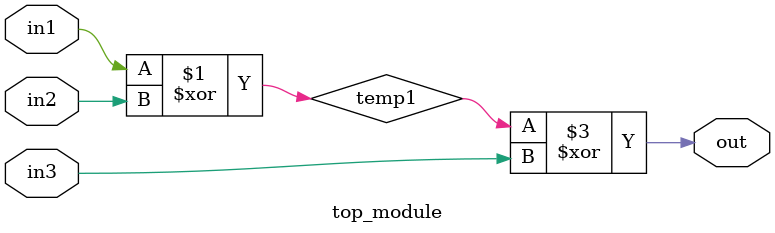
<source format=sv>
module top_module (
	input in1,
	input in2,
	input in3,
	output logic out
);
	// Calculate intermediate values
	logic temp1;

	// Perform bitwise XOR on in1 and in2
	assign temp1 = in1 ^ in2;
	
	// Perform bitwise NOT on the result
	assign temp1 = ~temp1;
	
	// Perform bitwise XOR with in3 and assign to output
	assign out = temp1 ^ in3;

endmodule

</source>
